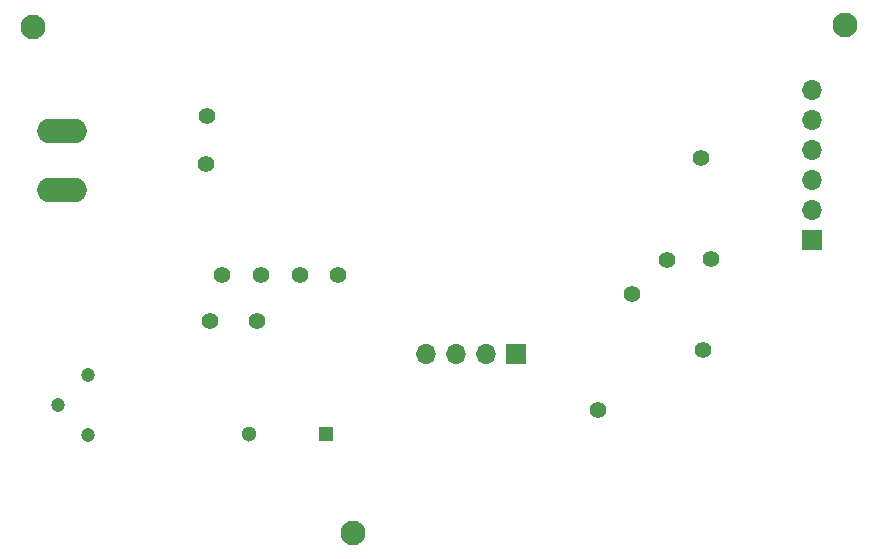
<source format=gbr>
%TF.GenerationSoftware,KiCad,Pcbnew,(6.0.2)*%
%TF.CreationDate,2022-04-01T10:33:32+02:00*%
%TF.ProjectId,iot node,696f7420-6e6f-4646-952e-6b696361645f,rev?*%
%TF.SameCoordinates,Original*%
%TF.FileFunction,Soldermask,Bot*%
%TF.FilePolarity,Negative*%
%FSLAX46Y46*%
G04 Gerber Fmt 4.6, Leading zero omitted, Abs format (unit mm)*
G04 Created by KiCad (PCBNEW (6.0.2)) date 2022-04-01 10:33:32*
%MOMM*%
%LPD*%
G01*
G04 APERTURE LIST*
%ADD10C,2.100000*%
%ADD11C,1.200000*%
%ADD12C,1.400000*%
%ADD13O,4.198620X2.098040*%
%ADD14R,1.700000X1.700000*%
%ADD15O,1.700000X1.700000*%
%ADD16R,1.300000X1.300000*%
%ADD17C,1.300000*%
G04 APERTURE END LIST*
D10*
%TO.C, *%
X159950000Y-100150000D03*
%TD*%
%TO.C, *%
X91250000Y-100250000D03*
%TD*%
%TO.C,REF*%
X118300000Y-143150000D03*
%TD*%
D11*
%TO.C,U3*%
X95900000Y-129710000D03*
X93360000Y-132250000D03*
X95900000Y-134790000D03*
%TD*%
D12*
%TO.C,TP5*%
X105925000Y-107825000D03*
%TD*%
%TO.C,TP13*%
X110200000Y-125200000D03*
%TD*%
%TO.C,TP6*%
X110550000Y-121300000D03*
%TD*%
%TO.C,TP4*%
X105850000Y-111900000D03*
%TD*%
%TO.C,TP8*%
X113850000Y-121300000D03*
%TD*%
D13*
%TO.C,X1*%
X93700000Y-114049360D03*
X93700000Y-109050640D03*
%TD*%
D12*
%TO.C,TP2*%
X117050000Y-121300000D03*
%TD*%
%TO.C,TP3*%
X141975000Y-122850000D03*
%TD*%
%TO.C,TP10*%
X147925000Y-127625000D03*
%TD*%
%TO.C,TP9*%
X148625000Y-119900000D03*
%TD*%
%TO.C,TP7*%
X139025000Y-132700000D03*
%TD*%
%TO.C,TP14*%
X106200000Y-125200000D03*
%TD*%
%TO.C,TP11*%
X144925000Y-119975000D03*
%TD*%
%TO.C,TP15*%
X147775000Y-111375000D03*
%TD*%
%TO.C,TP1*%
X107250000Y-121300000D03*
%TD*%
D14*
%TO.C,J1*%
X132150000Y-127950000D03*
D15*
X129610000Y-127950000D03*
X127070000Y-127950000D03*
X124530000Y-127950000D03*
%TD*%
D16*
%TO.C,BZ1*%
X116000000Y-134750000D03*
D17*
X109500000Y-134750000D03*
%TD*%
D14*
%TO.C,J2*%
X157200000Y-118300000D03*
D15*
X157200000Y-115760000D03*
X157200000Y-113220000D03*
X157200000Y-110680000D03*
X157200000Y-108140000D03*
X157200000Y-105600000D03*
%TD*%
M02*

</source>
